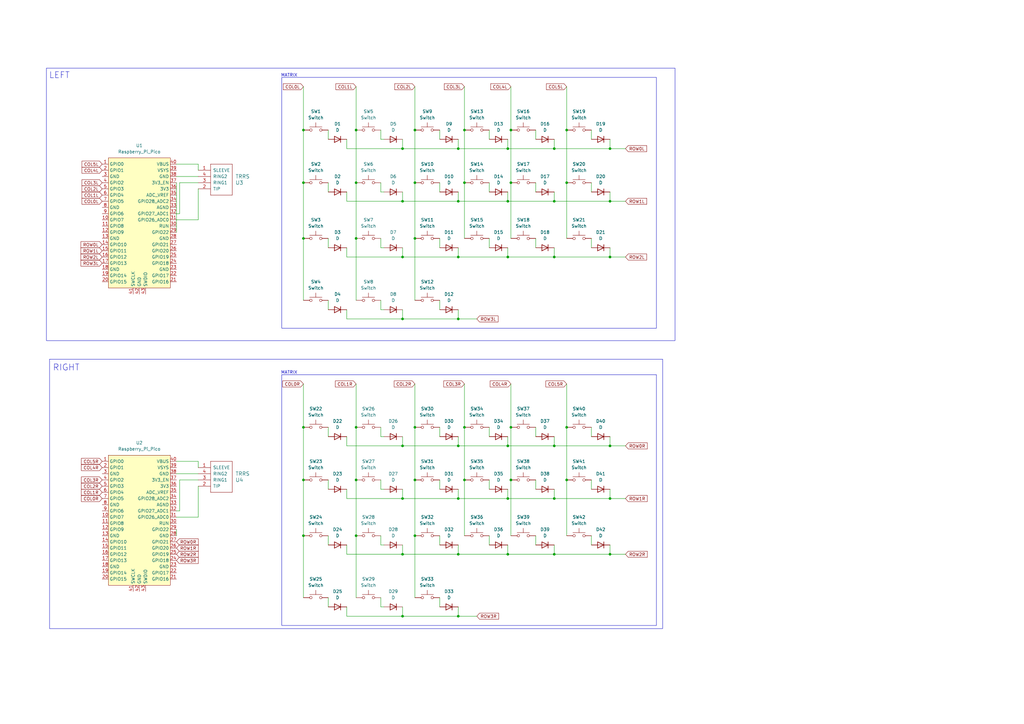
<source format=kicad_sch>
(kicad_sch (version 20250114) (generator "eeschema") (generator_version "9.0")
  (paper "A3")
  (lib_symbols
    (symbol "Device:D" (pin_numbers (hide yes)) (pin_names (offset 1.016) (hide yes))
      (property "Reference" "D" (at 0 2.54 0))
      (property "Value" "D" (at 0 -2.54 0))
      (symbol "D_0_1"
        (polyline (pts (xy -1.27 1.27) (xy -1.27 -1.27)) (stroke (width 0.254)))
        (polyline (pts (xy 1.27 1.27) (xy 1.27 -1.27) (xy -1.27 0) (xy 1.27 1.27)) (stroke (width 0.254)))
        (polyline (pts (xy 1.27 0) (xy -1.27 0)))
      )
      (symbol "D_1_1"
        (pin passive line (at -3.81 0 0) (length 2.54) (name "K") (number "1"))
        (pin passive line (at 3.81 0 180) (length 2.54) (name "A") (number "2"))
      )
    )
    (symbol "ScottoKeebs:MCU_Raspberry_Pi_Pico"
      (property "Reference" "U" (at 0 0 0))
      (property "Value" "Raspberry_Pi_Pico" (at 0 27.94 0))
      (symbol "MCU_Raspberry_Pi_Pico_0_1"
        (rectangle (start -12.7 26.67) (end 12.7 -26.67) (fill (type background)))
      )
      (symbol "MCU_Raspberry_Pi_Pico_1_1"
        (pin bidirectional line (at -15.24 24.13 0) (length 2.54) (name "GPIO0") (number "1"))
        (pin bidirectional line (at -15.24 21.59 0) (length 2.54) (name "GPIO1") (number "2"))
        (pin power_in line (at -15.24 19.05 0) (length 2.54) (name "GND") (number "3"))
        (pin bidirectional line (at -15.24 16.51 0) (length 2.54) (name "GPIO2") (number "4"))
        (pin bidirectional line (at -15.24 13.97 0) (length 2.54) (name "GPIO3") (number "5"))
        (pin bidirectional line (at -15.24 11.43 0) (length 2.54) (name "GPIO4") (number "6"))
        (pin bidirectional line (at -15.24 8.89 0) (length 2.54) (name "GPIO5") (number "7"))
        (pin power_in line (at -15.24 6.35 0) (length 2.54) (name "GND") (number "8"))
        (pin bidirectional line (at -15.24 3.81 0) (length 2.54) (name "GPIO6") (number "9"))
        (pin bidirectional line (at -15.24 1.27 0) (length 2.54) (name "GPIO7") (number "10"))
        (pin bidirectional line (at -15.24 -1.27 0) (length 2.54) (name "GPIO8") (number "11"))
        (pin bidirectional line (at -15.24 -3.81 0) (length 2.54) (name "GPIO9") (number "12"))
        (pin power_in line (at -15.24 -6.35 0) (length 2.54) (name "GND") (number "13"))
        (pin bidirectional line (at -15.24 -8.89 0) (length 2.54) (name "GPIO10") (number "14"))
        (pin bidirectional line (at -15.24 -11.43 0) (length 2.54) (name "GPIO11") (number "15"))
        (pin bidirectional line (at -15.24 -13.97 0) (length 2.54) (name "GPIO12") (number "16"))
        (pin bidirectional line (at -15.24 -16.51 0) (length 2.54) (name "GPIO13") (number "17"))
        (pin power_in line (at -15.24 -19.05 0) (length 2.54) (name "GND") (number "18"))
        (pin bidirectional line (at -15.24 -21.59 0) (length 2.54) (name "GPIO14") (number "19"))
        (pin bidirectional line (at -15.24 -24.13 0) (length 2.54) (name "GPIO15") (number "20"))
        (pin input line (at -2.54 -29.21 90) (length 2.54) (name "SWCLK") (number "41"))
        (pin power_in line (at 0 -29.21 90) (length 2.54) (name "GND") (number "42"))
        (pin bidirectional line (at 2.54 -29.21 90) (length 2.54) (name "SWDIO") (number "43"))
        (pin power_in line (at 15.24 24.13 180) (length 2.54) (name "VBUS") (number "40"))
        (pin power_in line (at 15.24 21.59 180) (length 2.54) (name "VSYS") (number "39"))
        (pin bidirectional line (at 15.24 19.05 180) (length 2.54) (name "GND") (number "38"))
        (pin input line (at 15.24 16.51 180) (length 2.54) (name "3V3_EN") (number "37"))
        (pin power_in line (at 15.24 13.97 180) (length 2.54) (name "3V3") (number "36"))
        (pin power_in line (at 15.24 11.43 180) (length 2.54) (name "ADC_VREF") (number "35"))
        (pin bidirectional line (at 15.24 8.89 180) (length 2.54) (name "GPIO28_ADC2") (number "34"))
        (pin power_in line (at 15.24 6.35 180) (length 2.54) (name "AGND") (number "33"))
        (pin bidirectional line (at 15.24 3.81 180) (length 2.54) (name "GPIO27_ADC1") (number "32"))
        (pin bidirectional line (at 15.24 1.27 180) (length 2.54) (name "GPIO26_ADC0") (number "31"))
        (pin input line (at 15.24 -1.27 180) (length 2.54) (name "RUN") (number "30"))
        (pin bidirectional line (at 15.24 -3.81 180) (length 2.54) (name "GPIO22") (number "29"))
        (pin power_in line (at 15.24 -6.35 180) (length 2.54) (name "GND") (number "28"))
        (pin bidirectional line (at 15.24 -8.89 180) (length 2.54) (name "GPIO21") (number "27"))
        (pin bidirectional line (at 15.24 -11.43 180) (length 2.54) (name "GPIO20") (number "26"))
        (pin bidirectional line (at 15.24 -13.97 180) (length 2.54) (name "GPIO19") (number "25"))
        (pin bidirectional line (at 15.24 -16.51 180) (length 2.54) (name "GPIO18") (number "24"))
        (pin power_in line (at 15.24 -19.05 180) (length 2.54) (name "GND") (number "23"))
        (pin bidirectional line (at 15.24 -21.59 180) (length 2.54) (name "GPIO17") (number "22"))
        (pin bidirectional line (at 15.24 -24.13 180) (length 2.54) (name "GPIO16") (number "21"))
      )
    )
    (symbol "ScottoKeebs:Placeholder_Switch" (pin_numbers (hide yes)) (pin_names (offset 1.016) (hide yes))
      (property "Reference" "SW" (at 1.27 2.54 0))
      (property "Value" "Switch" (at 0 -1.524 0))
      (symbol "Placeholder_Switch_0_1"
        (circle (center -2.032 0) (radius 0.508))
        (polyline (pts (xy 0 1.27) (xy 0 3.048)))
        (circle (center 2.032 0) (radius 0.508))
        (polyline (pts (xy 2.54 1.27) (xy -2.54 1.27)))
        (pin passive line (at -5.08 0 0) (length 2.54) (name "1") (number "1"))
        (pin passive line (at 5.08 0 180) (length 2.54) (name "2") (number "2"))
      )
    )
    (symbol "ScottoKeebs:Placeholder_TRRS" (pin_names (offset 1.016))
      (property "Reference" "U" (at 0 15.24 0))
      (property "Value" "TRRS" (at 0 -2.54 0))
      (symbol "Placeholder_TRRS_0_1"
        (rectangle (start -3.81 12.7) (end 5.08 12.7))
        (rectangle (start -3.81 0) (end -3.81 12.7))
        (rectangle (start -3.81 0) (end 5.08 0))
        (rectangle (start 5.08 12.7) (end 5.08 0))
      )
      (symbol "Placeholder_TRRS_1_1"
        (pin input line (at -8.89 10.16 0) (length 5.08) (name "TIP") (number "2"))
        (pin input line (at -8.89 7.62 0) (length 5.08) (name "RING1") (number "3"))
        (pin input line (at -8.89 5.08 0) (length 5.08) (name "RING2") (number "4"))
        (pin input line (at -8.89 2.54 0) (length 5.08) (name "SLEEVE") (number "1"))
      )
    )
  )
  (rectangle (start 20.32 147.32) (end 271.78 257.81))
  (rectangle (start 115.57 31.75) (end 269.24 134.62))
  (rectangle (start 19.05 27.94) (end 276.86 139.7))
  (rectangle (start 115.57 153.67) (end 269.24 256.54))
  (text "LEFT\n" (at 24.384 30.988 0) (effects (font (size 2.54 2.54))))
  (text "MATRIX\n" (at 118.618 30.988 0) (effects (font (size 1.27 1.27))))
  (text "MATRIX" (at 118.618 152.908 0) (effects (font (size 1.27 1.27))))
  (text "RIGHT\n" (at 27.178 150.876 0) (effects (font (size 2.54 2.54))))
  (junction (at 146.05 175.26))
  (junction (at 190.5 196.85))
  (junction (at 170.18 74.93))
  (junction (at 190.5 53.34))
  (junction (at 250.19 105.41))
  (junction (at 208.28 105.41))
  (junction (at 146.05 74.93))
  (junction (at 250.19 227.33))
  (junction (at 165.1 227.33))
  (junction (at 227.33 227.33))
  (junction (at 250.19 182.88))
  (junction (at 165.1 130.81))
  (junction (at 170.18 219.71))
  (junction (at 165.1 105.41))
  (junction (at 165.1 252.73))
  (junction (at 124.46 175.26))
  (junction (at 232.41 175.26))
  (junction (at 124.46 74.93))
  (junction (at 170.18 97.79))
  (junction (at 232.41 53.34))
  (junction (at 146.05 219.71))
  (junction (at 227.33 105.41))
  (junction (at 209.55 175.26))
  (junction (at 208.28 204.47))
  (junction (at 208.28 182.88))
  (junction (at 209.55 53.34))
  (junction (at 187.96 227.33))
  (junction (at 165.1 60.96))
  (junction (at 208.28 82.55))
  (junction (at 187.96 204.47))
  (junction (at 146.05 196.85))
  (junction (at 124.46 196.85))
  (junction (at 146.05 53.34))
  (junction (at 227.33 60.96))
  (junction (at 124.46 97.79))
  (junction (at 170.18 53.34))
  (junction (at 124.46 219.71))
  (junction (at 170.18 175.26))
  (junction (at 250.19 204.47))
  (junction (at 208.28 227.33))
  (junction (at 209.55 196.85))
  (junction (at 124.46 53.34))
  (junction (at 187.96 182.88))
  (junction (at 187.96 252.73))
  (junction (at 165.1 82.55))
  (junction (at 232.41 74.93))
  (junction (at 227.33 204.47))
  (junction (at 209.55 74.93))
  (junction (at 227.33 182.88))
  (junction (at 165.1 182.88))
  (junction (at 208.28 60.96))
  (junction (at 187.96 130.81))
  (junction (at 227.33 82.55))
  (junction (at 187.96 82.55))
  (junction (at 232.41 196.85))
  (junction (at 170.18 196.85))
  (junction (at 165.1 204.47))
  (junction (at 146.05 97.79))
  (junction (at 250.19 60.96))
  (junction (at 187.96 60.96))
  (junction (at 190.5 175.26))
  (junction (at 187.96 105.41))
  (junction (at 190.5 74.93))
  (junction (at 250.19 82.55))
  (wire (pts (xy 208.28 82.55) (xy 227.33 82.55)))
  (wire (pts (xy 156.21 200.66) (xy 157.48 200.66)))
  (wire (pts (xy 72.39 189.23) (xy 81.28 189.23)))
  (wire (pts (xy 187.96 82.55) (xy 208.28 82.55)))
  (wire (pts (xy 256.54 60.96) (xy 250.19 60.96)))
  (wire (pts (xy 146.05 74.93) (xy 146.05 97.79)))
  (wire (pts (xy 146.05 53.34) (xy 146.05 74.93)))
  (wire (pts (xy 165.1 127) (xy 165.1 130.81)))
  (wire (pts (xy 156.21 74.93) (xy 156.21 78.74)))
  (wire (pts (xy 134.62 97.79) (xy 134.62 101.6)))
  (wire (pts (xy 170.18 97.79) (xy 170.18 123.19)))
  (wire (pts (xy 81.28 90.17) (xy 72.39 90.17)))
  (wire (pts (xy 187.96 179.07) (xy 187.96 182.88)))
  (wire (pts (xy 81.28 196.85) (xy 73.66 196.85)))
  (wire (pts (xy 187.96 248.92) (xy 187.96 252.73)))
  (wire (pts (xy 187.96 252.73) (xy 195.58 252.73)))
  (wire (pts (xy 208.28 105.41) (xy 227.33 105.41)))
  (wire (pts (xy 250.19 57.15) (xy 250.19 60.96)))
  (wire (pts (xy 134.62 219.71) (xy 134.62 223.52)))
  (wire (pts (xy 156.21 179.07) (xy 157.48 179.07)))
  (wire (pts (xy 200.66 53.34) (xy 200.66 57.15)))
  (wire (pts (xy 142.24 57.15) (xy 142.24 60.96)))
  (wire (pts (xy 208.28 78.74) (xy 208.28 82.55)))
  (wire (pts (xy 165.1 82.55) (xy 142.24 82.55)))
  (wire (pts (xy 134.62 74.93) (xy 134.62 78.74)))
  (wire (pts (xy 142.24 248.92) (xy 142.24 252.73)))
  (wire (pts (xy 124.46 157.48) (xy 124.46 175.26)))
  (wire (pts (xy 165.1 82.55) (xy 187.96 82.55)))
  (wire (pts (xy 72.39 67.31) (xy 81.28 67.31)))
  (wire (pts (xy 250.19 200.66) (xy 250.19 204.47)))
  (wire (pts (xy 187.96 60.96) (xy 208.28 60.96)))
  (wire (pts (xy 187.96 182.88) (xy 208.28 182.88)))
  (wire (pts (xy 242.57 97.79) (xy 242.57 101.6)))
  (wire (pts (xy 124.46 196.85) (xy 124.46 219.71)))
  (wire (pts (xy 165.1 248.92) (xy 165.1 252.73)))
  (wire (pts (xy 124.46 97.79) (xy 124.46 123.19)))
  (wire (pts (xy 232.41 35.56) (xy 232.41 53.34)))
  (wire (pts (xy 242.57 219.71) (xy 242.57 223.52)))
  (wire (pts (xy 227.33 105.41) (xy 250.19 105.41)))
  (wire (pts (xy 156.21 97.79) (xy 156.21 101.6)))
  (wire (pts (xy 200.66 97.79) (xy 200.66 101.6)))
  (wire (pts (xy 208.28 223.52) (xy 208.28 227.33)))
  (wire (pts (xy 170.18 196.85) (xy 170.18 219.71)))
  (wire (pts (xy 209.55 175.26) (xy 209.55 196.85)))
  (wire (pts (xy 256.54 182.88) (xy 250.19 182.88)))
  (wire (pts (xy 227.33 227.33) (xy 250.19 227.33)))
  (wire (pts (xy 73.66 74.93) (xy 73.66 87.63)))
  (wire (pts (xy 190.5 196.85) (xy 190.5 219.71)))
  (wire (pts (xy 134.62 245.11) (xy 134.62 248.92)))
  (wire (pts (xy 180.34 196.85) (xy 180.34 200.66)))
  (wire (pts (xy 208.28 204.47) (xy 227.33 204.47)))
  (wire (pts (xy 227.33 57.15) (xy 227.33 60.96)))
  (wire (pts (xy 156.21 53.34) (xy 156.21 57.15)))
  (wire (pts (xy 227.33 204.47) (xy 250.19 204.47)))
  (wire (pts (xy 81.28 67.31) (xy 81.28 69.85)))
  (wire (pts (xy 227.33 223.52) (xy 227.33 227.33)))
  (wire (pts (xy 146.05 157.48) (xy 146.05 175.26)))
  (wire (pts (xy 187.96 101.6) (xy 187.96 105.41)))
  (wire (pts (xy 165.1 252.73) (xy 187.96 252.73)))
  (wire (pts (xy 156.21 57.15) (xy 157.48 57.15)))
  (wire (pts (xy 165.1 204.47) (xy 142.24 204.47)))
  (wire (pts (xy 250.19 78.74) (xy 250.19 82.55)))
  (wire (pts (xy 190.5 53.34) (xy 190.5 74.93)))
  (wire (pts (xy 156.21 175.26) (xy 156.21 179.07)))
  (wire (pts (xy 190.5 157.48) (xy 190.5 175.26)))
  (wire (pts (xy 232.41 157.48) (xy 232.41 175.26)))
  (wire (pts (xy 170.18 74.93) (xy 170.18 97.79)))
  (wire (pts (xy 134.62 53.34) (xy 134.62 57.15)))
  (wire (pts (xy 142.24 78.74) (xy 142.24 82.55)))
  (wire (pts (xy 134.62 175.26) (xy 134.62 179.07)))
  (wire (pts (xy 165.1 179.07) (xy 165.1 182.88)))
  (wire (pts (xy 142.24 101.6) (xy 142.24 105.41)))
  (wire (pts (xy 124.46 74.93) (xy 124.46 97.79)))
  (wire (pts (xy 227.33 78.74) (xy 227.33 82.55)))
  (wire (pts (xy 219.71 53.34) (xy 219.71 57.15)))
  (wire (pts (xy 250.19 223.52) (xy 250.19 227.33)))
  (wire (pts (xy 180.34 219.71) (xy 180.34 223.52)))
  (wire (pts (xy 81.28 199.39) (xy 81.28 212.09)))
  (wire (pts (xy 142.24 223.52) (xy 142.24 227.33)))
  (wire (pts (xy 180.34 74.93) (xy 180.34 78.74)))
  (wire (pts (xy 208.28 179.07) (xy 208.28 182.88)))
  (wire (pts (xy 250.19 179.07) (xy 250.19 182.88)))
  (wire (pts (xy 156.21 78.74) (xy 157.48 78.74)))
  (wire (pts (xy 180.34 53.34) (xy 180.34 57.15)))
  (wire (pts (xy 232.41 196.85) (xy 232.41 219.71)))
  (wire (pts (xy 170.18 157.48) (xy 170.18 175.26)))
  (wire (pts (xy 142.24 200.66) (xy 142.24 204.47)))
  (wire (pts (xy 73.66 87.63) (xy 72.39 87.63)))
  (wire (pts (xy 180.34 123.19) (xy 180.34 127)))
  (wire (pts (xy 165.1 60.96) (xy 187.96 60.96)))
  (wire (pts (xy 72.39 194.31) (xy 81.28 194.31)))
  (wire (pts (xy 190.5 35.56) (xy 190.5 53.34)))
  (wire (pts (xy 124.46 35.56) (xy 124.46 53.34)))
  (wire (pts (xy 219.71 196.85) (xy 219.71 200.66)))
  (wire (pts (xy 180.34 97.79) (xy 180.34 101.6)))
  (wire (pts (xy 165.1 223.52) (xy 165.1 227.33)))
  (wire (pts (xy 180.34 175.26) (xy 180.34 179.07)))
  (wire (pts (xy 187.96 200.66) (xy 187.96 204.47)))
  (wire (pts (xy 209.55 196.85) (xy 209.55 219.71)))
  (wire (pts (xy 156.21 248.92) (xy 157.48 248.92)))
  (wire (pts (xy 72.39 217.17) (xy 72.39 219.71)))
  (wire (pts (xy 124.46 175.26) (xy 124.46 196.85)))
  (wire (pts (xy 208.28 60.96) (xy 227.33 60.96)))
  (wire (pts (xy 165.1 182.88) (xy 142.24 182.88)))
  (wire (pts (xy 146.05 35.56) (xy 146.05 53.34)))
  (wire (pts (xy 208.28 182.88) (xy 227.33 182.88)))
  (wire (pts (xy 227.33 179.07) (xy 227.33 182.88)))
  (wire (pts (xy 208.28 57.15) (xy 208.28 60.96)))
  (wire (pts (xy 219.71 97.79) (xy 219.71 101.6)))
  (wire (pts (xy 170.18 53.34) (xy 170.18 74.93)))
  (wire (pts (xy 134.62 123.19) (xy 134.62 127)))
  (wire (pts (xy 165.1 101.6) (xy 165.1 105.41)))
  (wire (pts (xy 170.18 219.71) (xy 170.18 245.11)))
  (wire (pts (xy 219.71 219.71) (xy 219.71 223.52)))
  (wire (pts (xy 170.18 175.26) (xy 170.18 196.85)))
  (wire (pts (xy 190.5 175.26) (xy 190.5 196.85)))
  (wire (pts (xy 232.41 175.26) (xy 232.41 196.85)))
  (wire (pts (xy 165.1 78.74) (xy 165.1 82.55)))
  (wire (pts (xy 165.1 182.88) (xy 187.96 182.88)))
  (wire (pts (xy 208.28 200.66) (xy 208.28 204.47)))
  (wire (pts (xy 187.96 204.47) (xy 208.28 204.47)))
  (wire (pts (xy 227.33 82.55) (xy 250.19 82.55)))
  (wire (pts (xy 250.19 82.55) (xy 256.54 82.55)))
  (wire (pts (xy 190.5 74.93) (xy 190.5 97.79)))
  (wire (pts (xy 250.19 227.33) (xy 256.54 227.33)))
  (wire (pts (xy 165.1 60.96) (xy 142.24 60.96)))
  (wire (pts (xy 165.1 130.81) (xy 142.24 130.81)))
  (wire (pts (xy 146.05 219.71) (xy 146.05 245.11)))
  (wire (pts (xy 250.19 204.47) (xy 256.54 204.47)))
  (wire (pts (xy 227.33 101.6) (xy 227.33 105.41)))
  (wire (pts (xy 156.21 123.19) (xy 156.21 127)))
  (wire (pts (xy 72.39 72.39) (xy 81.28 72.39)))
  (wire (pts (xy 72.39 74.93) (xy 72.39 95.25)))
  (wire (pts (xy 200.66 74.93) (xy 200.66 78.74)))
  (wire (pts (xy 156.21 245.11) (xy 156.21 248.92)))
  (wire (pts (xy 165.1 130.81) (xy 187.96 130.81)))
  (wire (pts (xy 180.34 245.11) (xy 180.34 248.92)))
  (wire (pts (xy 156.21 219.71) (xy 156.21 223.52)))
  (wire (pts (xy 81.28 189.23) (xy 81.28 191.77)))
  (wire (pts (xy 156.21 223.52) (xy 157.48 223.52)))
  (wire (pts (xy 165.1 57.15) (xy 165.1 60.96)))
  (wire (pts (xy 165.1 105.41) (xy 142.24 105.41)))
  (wire (pts (xy 209.55 157.48) (xy 209.55 175.26)))
  (wire (pts (xy 200.66 196.85) (xy 200.66 200.66)))
  (wire (pts (xy 187.96 57.15) (xy 187.96 60.96)))
  (wire (pts (xy 250.19 105.41) (xy 256.54 105.41)))
  (wire (pts (xy 219.71 175.26) (xy 219.71 179.07)))
  (wire (pts (xy 156.21 196.85) (xy 156.21 200.66)))
  (wire (pts (xy 187.96 227.33) (xy 208.28 227.33)))
  (wire (pts (xy 242.57 196.85) (xy 242.57 200.66)))
  (wire (pts (xy 232.41 74.93) (xy 232.41 97.79)))
  (wire (pts (xy 134.62 196.85) (xy 134.62 200.66)))
  (wire (pts (xy 209.55 74.93) (xy 209.55 97.79)))
  (wire (pts (xy 165.1 204.47) (xy 187.96 204.47)))
  (wire (pts (xy 156.21 127) (xy 157.48 127)))
  (wire (pts (xy 242.57 74.93) (xy 242.57 78.74)))
  (wire (pts (xy 81.28 212.09) (xy 72.39 212.09)))
  (wire (pts (xy 209.55 35.56) (xy 209.55 53.34)))
  (wire (pts (xy 227.33 60.96) (xy 250.19 60.96)))
  (wire (pts (xy 146.05 175.26) (xy 146.05 196.85)))
  (wire (pts (xy 208.28 101.6) (xy 208.28 105.41)))
  (wire (pts (xy 250.19 101.6) (xy 250.19 105.41)))
  (wire (pts (xy 242.57 53.34) (xy 242.57 57.15)))
  (wire (pts (xy 200.66 219.71) (xy 200.66 223.52)))
  (wire (pts (xy 209.55 53.34) (xy 209.55 74.93)))
  (wire (pts (xy 124.46 219.71) (xy 124.46 245.11)))
  (wire (pts (xy 81.28 74.93) (xy 73.66 74.93)))
  (wire (pts (xy 165.1 252.73) (xy 142.24 252.73)))
  (wire (pts (xy 187.96 78.74) (xy 187.96 82.55)))
  (wire (pts (xy 165.1 200.66) (xy 165.1 204.47)))
  (wire (pts (xy 170.18 35.56) (xy 170.18 53.34)))
  (wire (pts (xy 146.05 196.85) (xy 146.05 219.71)))
  (wire (pts (xy 187.96 130.81) (xy 195.58 130.81)))
  (wire (pts (xy 165.1 105.41) (xy 187.96 105.41)))
  (wire (pts (xy 187.96 127) (xy 187.96 130.81)))
  (wire (pts (xy 187.96 105.41) (xy 208.28 105.41)))
  (wire (pts (xy 219.71 74.93) (xy 219.71 78.74)))
  (wire (pts (xy 73.66 209.55) (xy 72.39 209.55)))
  (wire (pts (xy 242.57 175.26) (xy 242.57 179.07)))
  (wire (pts (xy 208.28 227.33) (xy 227.33 227.33)))
  (wire (pts (xy 142.24 179.07) (xy 142.24 182.88)))
  (wire (pts (xy 146.05 97.79) (xy 146.05 123.19)))
  (wire (pts (xy 200.66 175.26) (xy 200.66 179.07)))
  (wire (pts (xy 81.28 77.47) (xy 81.28 90.17)))
  (wire (pts (xy 165.1 227.33) (xy 187.96 227.33)))
  (wire (pts (xy 156.21 101.6) (xy 157.48 101.6)))
  (wire (pts (xy 142.24 127) (xy 142.24 130.81)))
  (wire (pts (xy 165.1 227.33) (xy 142.24 227.33)))
  (wire (pts (xy 73.66 196.85) (xy 73.66 209.55)))
  (wire (pts (xy 187.96 223.52) (xy 187.96 227.33)))
  (wire (pts (xy 124.46 53.34) (xy 124.46 74.93)))
  (wire (pts (xy 232.41 53.34) (xy 232.41 74.93)))
  (wire (pts (xy 227.33 182.88) (xy 250.19 182.88)))
  (wire (pts (xy 227.33 200.66) (xy 227.33 204.47)))
  (global_label "COL1R" (shape input) (at 146.05 157.48 180) (property "Intersheetrefs" "${INTERSHEET_REFS}" (effects (hide yes))))
  (global_label "COL2R" (shape input) (at 41.91 199.39 180) (property "Intersheetrefs" "${INTERSHEET_REFS}" (effects (hide yes))))
  (global_label "COL5L" (shape input) (at 41.91 67.31 180) (property "Intersheetrefs" "${INTERSHEET_REFS}" (effects (hide yes))))
  (global_label "ROW1R" (shape input) (at 256.54 204.47 0) (property "Intersheetrefs" "${INTERSHEET_REFS}" (effects (hide yes))))
  (global_label "ROW3R" (shape input) (at 72.39 229.87 0) (property "Intersheetrefs" "${INTERSHEET_REFS}" (effects (hide yes))))
  (global_label "ROW0R" (shape input) (at 72.39 222.25 0) (property "Intersheetrefs" "${INTERSHEET_REFS}" (effects (hide yes))))
  (global_label "COL0L" (shape input) (at 124.46 35.56 180) (property "Intersheetrefs" "${INTERSHEET_REFS}" (effects (hide yes))))
  (global_label "COL4L" (shape input) (at 41.91 69.85 180) (property "Intersheetrefs" "${INTERSHEET_REFS}" (effects (hide yes))))
  (global_label "COL1R" (shape input) (at 41.91 201.93 180) (property "Intersheetrefs" "${INTERSHEET_REFS}" (effects (hide yes))))
  (global_label "ROW2R" (shape input) (at 256.54 227.33 0) (property "Intersheetrefs" "${INTERSHEET_REFS}" (effects (hide yes))))
  (global_label "COL3R" (shape input) (at 190.5 157.48 180) (property "Intersheetrefs" "${INTERSHEET_REFS}" (effects (hide yes))))
  (global_label "ROW1L" (shape input) (at 41.91 102.87 180) (property "Intersheetrefs" "${INTERSHEET_REFS}" (effects (hide yes))))
  (global_label "COL5L" (shape input) (at 232.41 35.56 180) (property "Intersheetrefs" "${INTERSHEET_REFS}" (effects (hide yes))))
  (global_label "COL1L" (shape input) (at 146.05 35.56 180) (property "Intersheetrefs" "${INTERSHEET_REFS}" (effects (hide yes))))
  (global_label "COL5R" (shape input) (at 41.91 189.23 180) (property "Intersheetrefs" "${INTERSHEET_REFS}" (effects (hide yes))))
  (global_label "COL0R" (shape input) (at 124.46 157.48 180) (property "Intersheetrefs" "${INTERSHEET_REFS}" (effects (hide yes))))
  (global_label "ROW2L" (shape input) (at 41.91 105.41 180) (property "Intersheetrefs" "${INTERSHEET_REFS}" (effects (hide yes))))
  (global_label "COL3L" (shape input) (at 190.5 35.56 180) (property "Intersheetrefs" "${INTERSHEET_REFS}" (effects (hide yes))))
  (global_label "COL4R" (shape input) (at 209.55 157.48 180) (property "Intersheetrefs" "${INTERSHEET_REFS}" (effects (hide yes))))
  (global_label "COL5R" (shape input) (at 232.41 157.48 180) (property "Intersheetrefs" "${INTERSHEET_REFS}" (effects (hide yes))))
  (global_label "ROW2R" (shape input) (at 72.39 227.33 0) (property "Intersheetrefs" "${INTERSHEET_REFS}" (effects (hide yes))))
  (global_label "COL3L" (shape input) (at 41.91 74.93 180) (property "Intersheetrefs" "${INTERSHEET_REFS}" (effects (hide yes))))
  (global_label "ROW0L" (shape input) (at 256.54 60.96 0) (property "Intersheetrefs" "${INTERSHEET_REFS}" (effects (hide yes))))
  (global_label "ROW1R" (shape input) (at 72.39 224.79 0) (property "Intersheetrefs" "${INTERSHEET_REFS}" (effects (hide yes))))
  (global_label "COL0L" (shape input) (at 41.91 82.55 180) (property "Intersheetrefs" "${INTERSHEET_REFS}" (effects (hide yes))))
  (global_label "ROW1L" (shape input) (at 256.54 82.55 0) (property "Intersheetrefs" "${INTERSHEET_REFS}" (effects (hide yes))))
  (global_label "ROW3L" (shape input) (at 195.58 130.81 0) (property "Intersheetrefs" "${INTERSHEET_REFS}" (effects (hide yes))))
  (global_label "COL2L" (shape input) (at 170.18 35.56 180) (property "Intersheetrefs" "${INTERSHEET_REFS}" (effects (hide yes))))
  (global_label "COL4R" (shape input) (at 41.91 191.77 180) (property "Intersheetrefs" "${INTERSHEET_REFS}" (effects (hide yes))))
  (global_label "COL4L" (shape input) (at 209.55 35.56 180) (property "Intersheetrefs" "${INTERSHEET_REFS}" (effects (hide yes))))
  (global_label "COL1L" (shape input) (at 41.91 80.01 180) (property "Intersheetrefs" "${INTERSHEET_REFS}" (effects (hide yes))))
  (global_label "ROW2L" (shape input) (at 256.54 105.41 0) (property "Intersheetrefs" "${INTERSHEET_REFS}" (effects (hide yes))))
  (global_label "ROW0R" (shape input) (at 256.54 182.88 0) (property "Intersheetrefs" "${INTERSHEET_REFS}" (effects (hide yes))))
  (global_label "COL0R" (shape input) (at 41.91 204.47 180) (property "Intersheetrefs" "${INTERSHEET_REFS}" (effects (hide yes))))
  (global_label "COL3R" (shape input) (at 41.91 196.85 180) (property "Intersheetrefs" "${INTERSHEET_REFS}" (effects (hide yes))))
  (global_label "COL2R" (shape input) (at 170.18 157.48 180) (property "Intersheetrefs" "${INTERSHEET_REFS}" (effects (hide yes))))
  (global_label "ROW3R" (shape input) (at 195.58 252.73 0) (property "Intersheetrefs" "${INTERSHEET_REFS}" (effects (hide yes))))
  (global_label "ROW3L" (shape input) (at 41.91 107.95 180) (property "Intersheetrefs" "${INTERSHEET_REFS}" (effects (hide yes))))
  (global_label "COL2L" (shape input) (at 41.91 77.47 180) (property "Intersheetrefs" "${INTERSHEET_REFS}" (effects (hide yes))))
  (global_label "ROW0L" (shape input) (at 41.91 100.33 180) (property "Intersheetrefs" "${INTERSHEET_REFS}" (effects (hide yes))))
  (symbol (lib_id "ScottoKeebs:Placeholder_Switch") (at 175.26 53.34 0) (unit 1)
    (property "Reference" "SW9" (at 175.26 45.72 0))
    (property "Value" "Switch" (at 175.26 48.26 0))
    (property "Footprint" "ScottoKeebs_Hotswap:Hotswap_Choc_V1" (effects (hide yes)))
    (property "Description" "Push button switch, generic, two pins" (effects (hide yes)))
  )
  (symbol (lib_id "ScottoKeebs:Placeholder_Switch") (at 151.13 245.11 0) (unit 1)
    (property "Reference" "SW29" (at 151.13 237.49 0))
    (property "Value" "Switch" (at 151.13 240.03 0))
    (property "Footprint" "ScottoKeebs_Hotswap:Hotswap_Choc_V1" (effects (hide yes)))
    (property "Description" "Push button switch, generic, two pins" (effects (hide yes)))
  )
  (symbol (lib_id "ScottoKeebs:Placeholder_Switch") (at 129.54 196.85 0) (unit 1)
    (property "Reference" "SW23" (at 129.54 189.23 0))
    (property "Value" "Switch" (at 129.54 191.77 0))
    (property "Footprint" "ScottoKeebs_Hotswap:Hotswap_Choc_V1" (effects (hide yes)))
    (property "Description" "Push button switch, generic, two pins" (effects (hide yes)))
  )
  (symbol (lib_id "ScottoKeebs:Placeholder_Switch") (at 214.63 196.85 0) (unit 1)
    (property "Reference" "SW38" (at 214.63 189.23 0))
    (property "Value" "Switch" (at 214.63 191.77 0))
    (property "Footprint" "ScottoKeebs_Hotswap:Hotswap_Choc_V1" (effects (hide yes)))
    (property "Description" "Push button switch, generic, two pins" (effects (hide yes)))
  )
  (symbol (lib_id "Device:D") (at 246.38 223.52 180) (unit 1)
    (property "Reference" "D42" (at 246.38 217.17 0))
    (property "Value" "D" (at 246.38 219.71 0))
    (property "Footprint" "ScottoKeebs_Components:Diode_DO-35" (effects (hide yes)))
    (property "Description" "Diode" (effects (hide yes)))
    (property "Sim.Device" "D" (effects (hide yes)))
    (property "Sim.Pins" "1=K 2=A" (effects (hide yes)))
  )
  (symbol (lib_id "Device:D") (at 184.15 248.92 180) (unit 1)
    (property "Reference" "D33" (at 184.15 242.57 0))
    (property "Value" "D" (at 184.15 245.11 0))
    (property "Footprint" "ScottoKeebs_Components:Diode_DO-35" (effects (hide yes)))
    (property "Description" "Diode" (effects (hide yes)))
    (property "Sim.Device" "D" (effects (hide yes)))
    (property "Sim.Pins" "1=K 2=A" (effects (hide yes)))
  )
  (symbol (lib_id "Device:D") (at 138.43 200.66 180) (unit 1)
    (property "Reference" "D23" (at 138.43 194.31 0))
    (property "Value" "D" (at 138.43 196.85 0))
    (property "Footprint" "ScottoKeebs_Components:Diode_DO-35" (effects (hide yes)))
    (property "Description" "Diode" (effects (hide yes)))
    (property "Sim.Device" "D" (effects (hide yes)))
    (property "Sim.Pins" "1=K 2=A" (effects (hide yes)))
  )
  (symbol (lib_id "ScottoKeebs:Placeholder_Switch") (at 175.26 97.79 0) (unit 1)
    (property "Reference" "SW11" (at 175.26 90.17 0))
    (property "Value" "Switch" (at 175.26 92.71 0))
    (property "Footprint" "ScottoKeebs_Hotswap:Hotswap_Choc_V1" (effects (hide yes)))
    (property "Description" "Push button switch, generic, two pins" (effects (hide yes)))
  )
  (symbol (lib_id "Device:D") (at 184.15 223.52 180) (unit 1)
    (property "Reference" "D32" (at 184.15 217.17 0))
    (property "Value" "D" (at 184.15 219.71 0))
    (property "Footprint" "ScottoKeebs_Components:Diode_DO-35" (effects (hide yes)))
    (property "Description" "Diode" (effects (hide yes)))
    (property "Sim.Device" "D" (effects (hide yes)))
    (property "Sim.Pins" "1=K 2=A" (effects (hide yes)))
  )
  (symbol (lib_id "ScottoKeebs:Placeholder_Switch") (at 195.58 196.85 0) (unit 1)
    (property "Reference" "SW35" (at 195.58 189.23 0))
    (property "Value" "Switch" (at 195.58 191.77 0))
    (property "Footprint" "ScottoKeebs_Hotswap:Hotswap_Choc_V1" (effects (hide yes)))
    (property "Description" "Push button switch, generic, two pins" (effects (hide yes)))
  )
  (symbol (lib_id "Device:D") (at 184.15 101.6 180) (unit 1)
    (property "Reference" "D11" (at 184.15 95.25 0))
    (property "Value" "D" (at 184.15 97.79 0))
    (property "Footprint" "ScottoKeebs_Components:Diode_DO-35" (effects (hide yes)))
    (property "Description" "Diode" (effects (hide yes)))
    (property "Sim.Device" "D" (effects (hide yes)))
    (property "Sim.Pins" "1=K 2=A" (effects (hide yes)))
  )
  (symbol (lib_id "Device:D") (at 184.15 200.66 180) (unit 1)
    (property "Reference" "D31" (at 184.15 194.31 0))
    (property "Value" "D" (at 184.15 196.85 0))
    (property "Footprint" "ScottoKeebs_Components:Diode_DO-35" (effects (hide yes)))
    (property "Description" "Diode" (effects (hide yes)))
    (property "Sim.Device" "D" (effects (hide yes)))
    (property "Sim.Pins" "1=K 2=A" (effects (hide yes)))
  )
  (symbol (lib_id "Device:D") (at 161.29 179.07 180) (unit 1)
    (property "Reference" "D26" (at 161.29 172.72 0))
    (property "Value" "D" (at 161.29 175.26 0))
    (property "Footprint" "ScottoKeebs_Components:Diode_DO-35" (effects (hide yes)))
    (property "Description" "Diode" (effects (hide yes)))
    (property "Sim.Device" "D" (effects (hide yes)))
    (property "Sim.Pins" "1=K 2=A" (effects (hide yes)))
  )
  (symbol (lib_id "ScottoKeebs:Placeholder_Switch") (at 129.54 123.19 0) (unit 1)
    (property "Reference" "SW4" (at 129.54 115.57 0))
    (property "Value" "Switch" (at 129.54 118.11 0))
    (property "Footprint" "ScottoKeebs_Hotswap:Hotswap_Choc_V1_1.50u_90deg" (effects (hide yes)))
    (property "Description" "Push button switch, generic, two pins" (effects (hide yes)))
  )
  (symbol (lib_id "Device:D") (at 138.43 57.15 180) (unit 1)
    (property "Reference" "D1" (at 138.43 50.8 0))
    (property "Value" "D" (at 138.43 53.34 0))
    (property "Footprint" "ScottoKeebs_Components:Diode_DO-35" (effects (hide yes)))
    (property "Description" "Diode" (effects (hide yes)))
    (property "Sim.Device" "D" (effects (hide yes)))
    (property "Sim.Pins" "1=K 2=A" (effects (hide yes)))
  )
  (symbol (lib_id "ScottoKeebs:Placeholder_Switch") (at 237.49 53.34 0) (unit 1)
    (property "Reference" "SW19" (at 237.49 45.72 0))
    (property "Value" "Switch" (at 237.49 48.26 0))
    (property "Footprint" "ScottoKeebs_Hotswap:Hotswap_Choc_V1" (effects (hide yes)))
    (property "Description" "Push button switch, generic, two pins" (effects (hide yes)))
  )
  (symbol (lib_id "Device:D") (at 161.29 223.52 180) (unit 1)
    (property "Reference" "D28" (at 161.29 217.17 0))
    (property "Value" "D" (at 161.29 219.71 0))
    (property "Footprint" "ScottoKeebs_Components:Diode_DO-35" (effects (hide yes)))
    (property "Description" "Diode" (effects (hide yes)))
    (property "Sim.Device" "D" (effects (hide yes)))
    (property "Sim.Pins" "1=K 2=A" (effects (hide yes)))
  )
  (symbol (lib_id "ScottoKeebs:Placeholder_Switch") (at 129.54 245.11 0) (unit 1)
    (property "Reference" "SW25" (at 129.54 237.49 0))
    (property "Value" "Switch" (at 129.54 240.03 0))
    (property "Footprint" "ScottoKeebs_Hotswap:Hotswap_Choc_V1_1.50u_90deg" (effects (hide yes)))
    (property "Description" "Push button switch, generic, two pins" (effects (hide yes)))
  )
  (symbol (lib_id "ScottoKeebs:Placeholder_Switch") (at 175.26 74.93 0) (unit 1)
    (property "Reference" "SW10" (at 175.26 67.31 0))
    (property "Value" "Switch" (at 175.26 69.85 0))
    (property "Footprint" "ScottoKeebs_Hotswap:Hotswap_Choc_V1" (effects (hide yes)))
    (property "Description" "Push button switch, generic, two pins" (effects (hide yes)))
  )
  (symbol (lib_id "Device:D") (at 161.29 127 180) (unit 1)
    (property "Reference" "D8" (at 161.29 120.65 0))
    (property "Value" "D" (at 161.29 123.19 0))
    (property "Footprint" "ScottoKeebs_Components:Diode_DO-35" (effects (hide yes)))
    (property "Description" "Diode" (effects (hide yes)))
    (property "Sim.Device" "D" (effects (hide yes)))
    (property "Sim.Pins" "1=K 2=A" (effects (hide yes)))
  )
  (symbol (lib_id "ScottoKeebs:Placeholder_Switch") (at 129.54 53.34 0) (unit 1)
    (property "Reference" "SW1" (at 129.54 45.72 0))
    (property "Value" "Switch" (at 129.54 48.26 0))
    (property "Footprint" "ScottoKeebs_Hotswap:Hotswap_Choc_V1" (effects (hide yes)))
    (property "Description" "Push button switch, generic, two pins" (effects (hide yes)))
  )
  (symbol (lib_id "ScottoKeebs:Placeholder_Switch") (at 195.58 53.34 0) (unit 1)
    (property "Reference" "SW13" (at 195.58 45.72 0))
    (property "Value" "Switch" (at 195.58 48.26 0))
    (property "Footprint" "ScottoKeebs_Hotswap:Hotswap_Choc_V1" (effects (hide yes)))
    (property "Description" "Push button switch, generic, two pins" (effects (hide yes)))
  )
  (symbol (lib_id "Device:D") (at 161.29 101.6 180) (unit 1)
    (property "Reference" "D7" (at 161.29 95.25 0))
    (property "Value" "D" (at 161.29 97.79 0))
    (property "Footprint" "ScottoKeebs_Components:Diode_DO-35" (effects (hide yes)))
    (property "Description" "Diode" (effects (hide yes)))
    (property "Sim.Device" "D" (effects (hide yes)))
    (property "Sim.Pins" "1=K 2=A" (effects (hide yes)))
  )
  (symbol (lib_id "ScottoKeebs:Placeholder_Switch") (at 195.58 219.71 0) (unit 1)
    (property "Reference" "SW36" (at 195.58 212.09 0))
    (property "Value" "Switch" (at 195.58 214.63 0))
    (property "Footprint" "ScottoKeebs_Hotswap:Hotswap_Choc_V1" (effects (hide yes)))
    (property "Description" "Push button switch, generic, two pins" (effects (hide yes)))
  )
  (symbol (lib_id "ScottoKeebs:Placeholder_Switch") (at 151.13 196.85 0) (unit 1)
    (property "Reference" "SW27" (at 151.13 189.23 0))
    (property "Value" "Switch" (at 151.13 191.77 0))
    (property "Footprint" "ScottoKeebs_Hotswap:Hotswap_Choc_V1" (effects (hide yes)))
    (property "Description" "Push button switch, generic, two pins" (effects (hide yes)))
  )
  (symbol (lib_id "ScottoKeebs:Placeholder_Switch") (at 151.13 123.19 0) (unit 1)
    (property "Reference" "SW8" (at 151.13 115.57 0))
    (property "Value" "Switch" (at 151.13 118.11 0))
    (property "Footprint" "ScottoKeebs_Hotswap:Hotswap_Choc_V1" (effects (hide yes)))
    (property "Description" "Push button switch, generic, two pins" (effects (hide yes)))
  )
  (symbol (lib_id "Device:D") (at 204.47 200.66 180) (unit 1)
    (property "Reference" "D35" (at 204.47 194.31 0))
    (property "Value" "D" (at 204.47 196.85 0))
    (property "Footprint" "ScottoKeebs_Components:Diode_DO-35" (effects (hide yes)))
    (property "Description" "Diode" (effects (hide yes)))
    (property "Sim.Device" "D" (effects (hide yes)))
    (property "Sim.Pins" "1=K 2=A" (effects (hide yes)))
  )
  (symbol (lib_id "Device:D") (at 204.47 179.07 180) (unit 1)
    (property "Reference" "D34" (at 204.47 172.72 0))
    (property "Value" "D" (at 204.47 175.26 0))
    (property "Footprint" "ScottoKeebs_Components:Diode_DO-35" (effects (hide yes)))
    (property "Description" "Diode" (effects (hide yes)))
    (property "Sim.Device" "D" (effects (hide yes)))
    (property "Sim.Pins" "1=K 2=A" (effects (hide yes)))
  )
  (symbol (lib_id "ScottoKeebs:Placeholder_Switch") (at 151.13 74.93 0) (unit 1)
    (property "Reference" "SW6" (at 151.13 67.31 0))
    (property "Value" "Switch" (at 151.13 69.85 0))
    (property "Footprint" "ScottoKeebs_Hotswap:Hotswap_Choc_V1" (effects (hide yes)))
    (property "Description" "Push button switch, generic, two pins" (effects (hide yes)))
  )
  (symbol (lib_id "ScottoKeebs:Placeholder_Switch") (at 214.63 53.34 0) (unit 1)
    (property "Reference" "SW16" (at 214.63 45.72 0))
    (property "Value" "Switch" (at 214.63 48.26 0))
    (property "Footprint" "ScottoKeebs_Hotswap:Hotswap_Choc_V1" (effects (hide yes)))
    (property "Description" "Push button switch, generic, two pins" (effects (hide yes)))
  )
  (symbol (lib_id "Device:D") (at 223.52 200.66 180) (unit 1)
    (property "Reference" "D38" (at 223.52 194.31 0))
    (property "Value" "D" (at 223.52 196.85 0))
    (property "Footprint" "ScottoKeebs_Components:Diode_DO-35" (effects (hide yes)))
    (property "Description" "Diode" (effects (hide yes)))
    (property "Sim.Device" "D" (effects (hide yes)))
    (property "Sim.Pins" "1=K 2=A" (effects (hide yes)))
  )
  (symbol (lib_id "ScottoKeebs:Placeholder_Switch") (at 237.49 74.93 0) (unit 1)
    (property "Reference" "SW20" (at 237.49 67.31 0))
    (property "Value" "Switch" (at 237.49 69.85 0))
    (property "Footprint" "ScottoKeebs_Hotswap:Hotswap_Choc_V1" (effects (hide yes)))
    (property "Description" "Push button switch, generic, two pins" (effects (hide yes)))
  )
  (symbol (lib_id "Device:D") (at 161.29 248.92 180) (unit 1)
    (property "Reference" "D29" (at 161.29 242.57 0))
    (property "Value" "D" (at 161.29 245.11 0))
    (property "Footprint" "ScottoKeebs_Components:Diode_DO-35" (effects (hide yes)))
    (property "Description" "Diode" (effects (hide yes)))
    (property "Sim.Device" "D" (effects (hide yes)))
    (property "Sim.Pins" "1=K 2=A" (effects (hide yes)))
  )
  (symbol (lib_id "Device:D") (at 204.47 223.52 180) (unit 1)
    (property "Reference" "D36" (at 204.47 217.17 0))
    (property "Value" "D" (at 204.47 219.71 0))
    (property "Footprint" "ScottoKeebs_Components:Diode_DO-35" (effects (hide yes)))
    (property "Description" "Diode" (effects (hide yes)))
    (property "Sim.Device" "D" (effects (hide yes)))
    (property "Sim.Pins" "1=K 2=A" (effects (hide yes)))
  )
  (symbol (lib_id "Device:D") (at 138.43 101.6 180) (unit 1)
    (property "Reference" "D3" (at 138.43 95.25 0))
    (property "Value" "D" (at 138.43 97.79 0))
    (property "Footprint" "ScottoKeebs_Components:Diode_DO-35" (effects (hide yes)))
    (property "Description" "Diode" (effects (hide yes)))
    (property "Sim.Device" "D" (effects (hide yes)))
    (property "Sim.Pins" "1=K 2=A" (effects (hide yes)))
  )
  (symbol (lib_id "ScottoKeebs:Placeholder_Switch") (at 175.26 219.71 0) (unit 1)
    (property "Reference" "SW32" (at 175.26 212.09 0))
    (property "Value" "Switch" (at 175.26 214.63 0))
    (property "Footprint" "ScottoKeebs_Hotswap:Hotswap_Choc_V1" (effects (hide yes)))
    (property "Description" "Push button switch, generic, two pins" (effects (hide yes)))
  )
  (symbol (lib_id "ScottoKeebs:Placeholder_Switch") (at 195.58 175.26 0) (unit 1)
    (property "Reference" "SW34" (at 195.58 167.64 0))
    (property "Value" "Switch" (at 195.58 170.18 0))
    (property "Footprint" "ScottoKeebs_Hotswap:Hotswap_Choc_V1" (effects (hide yes)))
    (property "Description" "Push button switch, generic, two pins" (effects (hide yes)))
  )
  (symbol (lib_id "ScottoKeebs:Placeholder_Switch") (at 214.63 97.79 0) (unit 1)
    (property "Reference" "SW18" (at 214.63 90.17 0))
    (property "Value" "Switch" (at 214.63 92.71 0))
    (property "Footprint" "ScottoKeebs_Hotswap:Hotswap_Choc_V1" (effects (hide yes)))
    (property "Description" "Push button switch, generic, two pins" (effects (hide yes)))
  )
  (symbol (lib_id "Device:D") (at 138.43 223.52 180) (unit 1)
    (property "Reference" "D24" (at 138.43 217.17 0))
    (property "Value" "D" (at 138.43 219.71 0))
    (property "Footprint" "ScottoKeebs_Components:Diode_DO-35" (effects (hide yes)))
    (property "Description" "Diode" (effects (hide yes)))
    (property "Sim.Device" "D" (effects (hide yes)))
    (property "Sim.Pins" "1=K 2=A" (effects (hide yes)))
  )
  (symbol (lib_id "Device:D") (at 184.15 127 180) (unit 1)
    (property "Reference" "D12" (at 184.15 120.65 0))
    (property "Value" "D" (at 184.15 123.19 0))
    (property "Footprint" "ScottoKeebs_Components:Diode_DO-35" (effects (hide yes)))
    (property "Description" "Diode" (effects (hide yes)))
    (property "Sim.Device" "D" (effects (hide yes)))
    (property "Sim.Pins" "1=K 2=A" (effects (hide yes)))
  )
  (symbol (lib_id "Device:D") (at 223.52 223.52 180) (unit 1)
    (property "Reference" "D39" (at 223.52 217.17 0))
    (property "Value" "D" (at 223.52 219.71 0))
    (property "Footprint" "ScottoKeebs_Components:Diode_DO-35" (effects (hide yes)))
    (property "Description" "Diode" (effects (hide yes)))
    (property "Sim.Device" "D" (effects (hide yes)))
    (property "Sim.Pins" "1=K 2=A" (effects (hide yes)))
  )
  (symbol (lib_id "Device:D") (at 223.52 57.15 180) (unit 1)
    (property "Reference" "D16" (at 223.52 50.8 0))
    (property "Value" "D" (at 223.52 53.34 0))
    (property "Footprint" "ScottoKeebs_Components:Diode_DO-35" (effects (hide yes)))
    (property "Description" "Diode" (effects (hide yes)))
    (property "Sim.Device" "D" (effects (hide yes)))
    (property "Sim.Pins" "1=K 2=A" (effects (hide yes)))
  )
  (symbol (lib_id "ScottoKeebs:Placeholder_Switch") (at 214.63 175.26 0) (unit 1)
    (property "Reference" "SW37" (at 214.63 167.64 0))
    (property "Value" "Switch" (at 214.63 170.18 0))
    (property "Footprint" "ScottoKeebs_Hotswap:Hotswap_Choc_V1" (effects (hide yes)))
    (property "Description" "Push button switch, generic, two pins" (effects (hide yes)))
  )
  (symbol (lib_id "ScottoKeebs:Placeholder_Switch") (at 175.26 245.11 0) (unit 1)
    (property "Reference" "SW33" (at 175.26 237.49 0))
    (property "Value" "Switch" (at 175.26 240.03 0))
    (property "Footprint" "ScottoKeebs_Hotswap:Hotswap_Choc_V1" (effects (hide yes)))
    (property "Description" "Push button switch, generic, two pins" (effects (hide yes)))
  )
  (symbol (lib_id "ScottoKeebs:Placeholder_Switch") (at 214.63 74.93 0) (unit 1)
    (property "Reference" "SW17" (at 214.63 67.31 0))
    (property "Value" "Switch" (at 214.63 69.85 0))
    (property "Footprint" "ScottoKeebs_Hotswap:Hotswap_Choc_V1" (effects (hide yes)))
    (property "Description" "Push button switch, generic, two pins" (effects (hide yes)))
  )
  (symbol (lib_id "Device:D") (at 223.52 78.74 180) (unit 1)
    (property "Reference" "D17" (at 223.52 72.39 0))
    (property "Value" "D" (at 223.52 74.93 0))
    (property "Footprint" "ScottoKeebs_Components:Diode_DO-35" (effects (hide yes)))
    (property "Description" "Diode" (effects (hide yes)))
    (property "Sim.Device" "D" (effects (hide yes)))
    (property "Sim.Pins" "1=K 2=A" (effects (hide yes)))
  )
  (symbol (lib_id "ScottoKeebs:Placeholder_Switch") (at 151.13 53.34 0) (unit 1)
    (property "Reference" "SW5" (at 151.13 45.72 0))
    (property "Value" "Switch" (at 151.13 48.26 0))
    (property "Footprint" "ScottoKeebs_Hotswap:Hotswap_Choc_V1" (effects (hide yes)))
    (property "Description" "Push button switch, generic, two pins" (effects (hide yes)))
  )
  (symbol (lib_id "Device:D") (at 184.15 57.15 180) (unit 1)
    (property "Reference" "D9" (at 184.15 50.8 0))
    (property "Value" "D" (at 184.15 53.34 0))
    (property "Footprint" "ScottoKeebs_Components:Diode_DO-35" (effects (hide yes)))
    (property "Description" "Diode" (effects (hide yes)))
    (property "Sim.Device" "D" (effects (hide yes)))
    (property "Sim.Pins" "1=K 2=A" (effects (hide yes)))
  )
  (symbol (lib_id "Device:D") (at 204.47 57.15 180) (unit 1)
    (property "Reference" "D13" (at 204.47 50.8 0))
    (property "Value" "D" (at 204.47 53.34 0))
    (property "Footprint" "ScottoKeebs_Components:Diode_DO-35" (effects (hide yes)))
    (property "Description" "Diode" (effects (hide yes)))
    (property "Sim.Device" "D" (effects (hide yes)))
    (property "Sim.Pins" "1=K 2=A" (effects (hide yes)))
  )
  (symbol (lib_id "ScottoKeebs:Placeholder_Switch") (at 129.54 97.79 0) (unit 1)
    (property "Reference" "SW3" (at 129.54 90.17 0))
    (property "Value" "Switch" (at 129.54 92.71 0))
    (property "Footprint" "ScottoKeebs_Hotswap:Hotswap_Choc_V1" (effects (hide yes)))
    (property "Description" "Push button switch, generic, two pins" (effects (hide yes)))
  )
  (symbol (lib_id "ScottoKeebs:Placeholder_Switch") (at 151.13 97.79 0) (unit 1)
    (property "Reference" "SW7" (at 151.13 90.17 0))
    (property "Value" "Switch" (at 151.13 92.71 0))
    (property "Footprint" "ScottoKeebs_Hotswap:Hotswap_Choc_V1" (effects (hide yes)))
    (property "Description" "Push button switch, generic, two pins" (effects (hide yes)))
  )
  (symbol (lib_id "Device:D") (at 161.29 78.74 180) (unit 1)
    (property "Reference" "D6" (at 161.29 72.39 0))
    (property "Value" "D" (at 161.29 74.93 0))
    (property "Footprint" "ScottoKeebs_Components:Diode_DO-35" (effects (hide yes)))
    (property "Description" "Diode" (effects (hide yes)))
    (property "Sim.Device" "D" (effects (hide yes)))
    (property "Sim.Pins" "1=K 2=A" (effects (hide yes)))
  )
  (symbol (lib_id "Device:D") (at 246.38 78.74 180) (unit 1)
    (property "Reference" "D20" (at 246.38 72.39 0))
    (property "Value" "D" (at 246.38 74.93 0))
    (property "Footprint" "ScottoKeebs_Components:Diode_DO-35" (effects (hide yes)))
    (property "Description" "Diode" (effects (hide yes)))
    (property "Sim.Device" "D" (effects (hide yes)))
    (property "Sim.Pins" "1=K 2=A" (effects (hide yes)))
  )
  (symbol (lib_id "ScottoKeebs:Placeholder_Switch") (at 129.54 74.93 0) (unit 1)
    (property "Reference" "SW2" (at 129.54 67.31 0))
    (property "Value" "Switch" (at 129.54 69.85 0))
    (property "Footprint" "ScottoKeebs_Hotswap:Hotswap_Choc_V1" (effects (hide yes)))
    (property "Description" "Push button switch, generic, two pins" (effects (hide yes)))
  )
  (symbol (lib_id "ScottoKeebs:Placeholder_Switch") (at 129.54 219.71 0) (unit 1)
    (property "Reference" "SW24" (at 129.54 212.09 0))
    (property "Value" "Switch" (at 129.54 214.63 0))
    (property "Footprint" "ScottoKeebs_Hotswap:Hotswap_Choc_V1" (effects (hide yes)))
    (property "Description" "Push button switch, generic, two pins" (effects (hide yes)))
  )
  (symbol (lib_id "Device:D") (at 161.29 200.66 180) (unit 1)
    (property "Reference" "D27" (at 161.29 194.31 0))
    (property "Value" "D" (at 161.29 196.85 0))
    (property "Footprint" "ScottoKeebs_Components:Diode_DO-35" (effects (hide yes)))
    (property "Description" "Diode" (effects (hide yes)))
    (property "Sim.Device" "D" (effects (hide yes)))
    (property "Sim.Pins" "1=K 2=A" (effects (hide yes)))
  )
  (symbol (lib_id "ScottoKeebs:Placeholder_Switch") (at 151.13 175.26 0) (unit 1)
    (property "Reference" "SW26" (at 151.13 167.64 0))
    (property "Value" "Switch" (at 151.13 170.18 0))
    (property "Footprint" "ScottoKeebs_Hotswap:Hotswap_Choc_V1" (effects (hide yes)))
    (property "Description" "Push button switch, generic, two pins" (effects (hide yes)))
  )
  (symbol (lib_id "Device:D") (at 246.38 101.6 180) (unit 1)
    (property "Reference" "D21" (at 246.38 95.25 0))
    (property "Value" "D" (at 246.38 97.79 0))
    (property "Footprint" "ScottoKeebs_Components:Diode_DO-35" (effects (hide yes)))
    (property "Description" "Diode" (effects (hide yes)))
    (property "Sim.Device" "D" (effects (hide yes)))
    (property "Sim.Pins" "1=K 2=A" (effects (hide yes)))
  )
  (symbol (lib_id "ScottoKeebs:Placeholder_Switch") (at 237.49 219.71 0) (unit 1)
    (property "Reference" "SW42" (at 237.49 212.09 0))
    (property "Value" "Switch" (at 237.49 214.63 0))
    (property "Footprint" "ScottoKeebs_Hotswap:Hotswap_Choc_V1" (effects (hide yes)))
    (property "Description" "Push button switch, generic, two pins" (effects (hide yes)))
  )
  (symbol (lib_id "ScottoKeebs:Placeholder_Switch") (at 175.26 196.85 0) (unit 1)
    (property "Reference" "SW31" (at 175.26 189.23 0))
    (property "Value" "Switch" (at 175.26 191.77 0))
    (property "Footprint" "ScottoKeebs_Hotswap:Hotswap_Choc_V1" (effects (hide yes)))
    (property "Description" "Push button switch, generic, two pins" (effects (hide yes)))
  )
  (symbol (lib_id "Device:D") (at 204.47 78.74 180) (unit 1)
    (property "Reference" "D14" (at 204.47 72.39 0))
    (property "Value" "D" (at 204.47 74.93 0))
    (property "Footprint" "ScottoKeebs_Components:Diode_DO-35" (effects (hide yes)))
    (property "Description" "Diode" (effects (hide yes)))
    (property "Sim.Device" "D" (effects (hide yes)))
    (property "Sim.Pins" "1=K 2=A" (effects (hide yes)))
  )
  (symbol (lib_id "ScottoKeebs:Placeholder_Switch") (at 175.26 175.26 0) (unit 1)
    (property "Reference" "SW30" (at 175.26 167.64 0))
    (property "Value" "Switch" (at 175.26 170.18 0))
    (property "Footprint" "ScottoKeebs_Hotswap:Hotswap_Choc_V1" (effects (hide yes)))
    (property "Description" "Push button switch, generic, two pins" (effects (hide yes)))
  )
  (symbol (lib_id "ScottoKeebs:MCU_Raspberry_Pi_Pico") (at 57.15 91.44 0) (unit 1)
    (property "Reference" "U1" (at 57.15 59.69 0))
    (property "Value" "Raspberry_Pi_Pico" (at 57.15 62.23 0))
    (property "Footprint" "ScottoKeebs_MCU:Raspberry_Pi_Pico" (effects (hide yes)))
  )
  (symbol (lib_id "ScottoKeebs:Placeholder_Switch") (at 129.54 175.26 0) (unit 1)
    (property "Reference" "SW22" (at 129.54 167.64 0))
    (property "Value" "Switch" (at 129.54 170.18 0))
    (property "Footprint" "ScottoKeebs_Hotswap:Hotswap_Choc_V1" (effects (hide yes)))
    (property "Description" "Push button switch, generic, two pins" (effects (hide yes)))
  )
  (symbol (lib_id "Device:D") (at 138.43 127 180) (unit 1)
    (property "Reference" "D4" (at 138.43 120.65 0))
    (property "Value" "D" (at 138.43 123.19 0))
    (property "Footprint" "ScottoKeebs_Components:Diode_DO-35" (effects (hide yes)))
    (property "Description" "Diode" (effects (hide yes)))
    (property "Sim.Device" "D" (effects (hide yes)))
    (property "Sim.Pins" "1=K 2=A" (effects (hide yes)))
  )
  (symbol (lib_id "ScottoKeebs:Placeholder_Switch") (at 151.13 219.71 0) (unit 1)
    (property "Reference" "SW28" (at 151.13 212.09 0))
    (property "Value" "Switch" (at 151.13 214.63 0))
    (property "Footprint" "ScottoKeebs_Hotswap:Hotswap_Choc_V1" (effects (hide yes)))
    (property "Description" "Push button switch, generic, two pins" (effects (hide yes)))
  )
  (symbol (lib_id "ScottoKeebs:Placeholder_TRRS") (at 90.17 189.23 0) (mirror x) (unit 1)
    (property "Reference" "U4" (at 96.52 196.8501 0) (effects (font (size 1.524 1.524)) (justify left)))
    (property "Value" "TRRS" (at 96.52 194.3101 0) (effects (font (size 1.524 1.524)) (justify left)))
    (property "Footprint" "ScottoKeebs_Components:TRRS_PJ-320A" (effects (hide yes)))
  )
  (symbol (lib_id "Device:D") (at 204.47 101.6 180) (unit 1)
    (property "Reference" "D15" (at 204.47 95.25 0))
    (property "Value" "D" (at 204.47 97.79 0))
    (property "Footprint" "ScottoKeebs_Components:Diode_DO-35" (effects (hide yes)))
    (property "Description" "Diode" (effects (hide yes)))
    (property "Sim.Device" "D" (effects (hide yes)))
    (property "Sim.Pins" "1=K 2=A" (effects (hide yes)))
  )
  (symbol (lib_id "ScottoKeebs:MCU_Raspberry_Pi_Pico") (at 57.15 213.36 0) (unit 1)
    (property "Reference" "U2" (at 57.15 181.61 0))
    (property "Value" "Raspberry_Pi_Pico" (at 57.15 184.15 0))
    (property "Footprint" "ScottoKeebs_MCU:Raspberry_Pi_Pico" (effects (hide yes)))
  )
  (symbol (lib_id "ScottoKeebs:Placeholder_TRRS") (at 90.17 67.31 0) (mirror x) (unit 1)
    (property "Reference" "U3" (at 96.52 74.9301 0) (effects (font (size 1.524 1.524)) (justify left)))
    (property "Value" "TRRS" (at 96.52 72.3901 0) (effects (font (size 1.524 1.524)) (justify left)))
    (property "Footprint" "ScottoKeebs_Components:TRRS_PJ-320A" (effects (hide yes)))
  )
  (symbol (lib_id "Device:D") (at 246.38 179.07 180) (unit 1)
    (property "Reference" "D40" (at 246.38 172.72 0))
    (property "Value" "D" (at 246.38 175.26 0))
    (property "Footprint" "ScottoKeebs_Components:Diode_DO-35" (effects (hide yes)))
    (property "Description" "Diode" (effects (hide yes)))
    (property "Sim.Device" "D" (effects (hide yes)))
    (property "Sim.Pins" "1=K 2=A" (effects (hide yes)))
  )
  (symbol (lib_id "Device:D") (at 138.43 78.74 180) (unit 1)
    (property "Reference" "D2" (at 138.43 72.39 0))
    (property "Value" "D" (at 138.43 74.93 0))
    (property "Footprint" "ScottoKeebs_Components:Diode_DO-35" (effects (hide yes)))
    (property "Description" "Diode" (effects (hide yes)))
    (property "Sim.Device" "D" (effects (hide yes)))
    (property "Sim.Pins" "1=K 2=A" (effects (hide yes)))
  )
  (symbol (lib_id "ScottoKeebs:Placeholder_Switch") (at 237.49 196.85 0) (unit 1)
    (property "Reference" "SW41" (at 237.49 189.23 0))
    (property "Value" "Switch" (at 237.49 191.77 0))
    (property "Footprint" "ScottoKeebs_Hotswap:Hotswap_Choc_V1" (effects (hide yes)))
    (property "Description" "Push button switch, generic, two pins" (effects (hide yes)))
  )
  (symbol (lib_id "Device:D") (at 184.15 179.07 180) (unit 1)
    (property "Reference" "D30" (at 184.15 172.72 0))
    (property "Value" "D" (at 184.15 175.26 0))
    (property "Footprint" "ScottoKeebs_Components:Diode_DO-35" (effects (hide yes)))
    (property "Description" "Diode" (effects (hide yes)))
    (property "Sim.Device" "D" (effects (hide yes)))
    (property "Sim.Pins" "1=K 2=A" (effects (hide yes)))
  )
  (symbol (lib_id "ScottoKeebs:Placeholder_Switch") (at 237.49 97.79 0) (unit 1)
    (property "Reference" "SW21" (at 237.49 90.17 0))
    (property "Value" "Switch" (at 237.49 92.71 0))
    (property "Footprint" "ScottoKeebs_Hotswap:Hotswap_Choc_V1" (effects (hide yes)))
    (property "Description" "Push button switch, generic, two pins" (effects (hide yes)))
  )
  (symbol (lib_id "ScottoKeebs:Placeholder_Switch") (at 175.26 123.19 0) (unit 1)
    (property "Reference" "SW12" (at 175.26 115.57 0))
    (property "Value" "Switch" (at 175.26 118.11 0))
    (property "Footprint" "ScottoKeebs_Hotswap:Hotswap_Choc_V1" (effects (hide yes)))
    (property "Description" "Push button switch, generic, two pins" (effects (hide yes)))
  )
  (symbol (lib_id "ScottoKeebs:Placeholder_Switch") (at 195.58 97.79 0) (unit 1)
    (property "Reference" "SW15" (at 195.58 90.17 0))
    (property "Value" "Switch" (at 195.58 92.71 0))
    (property "Footprint" "ScottoKeebs_Hotswap:Hotswap_Choc_V1" (effects (hide yes)))
    (property "Description" "Push button switch, generic, two pins" (effects (hide yes)))
  )
  (symbol (lib_id "Device:D") (at 223.52 101.6 180) (unit 1)
    (property "Reference" "D18" (at 223.52 95.25 0))
    (property "Value" "D" (at 223.52 97.79 0))
    (property "Footprint" "ScottoKeebs_Components:Diode_DO-35" (effects (hide yes)))
    (property "Description" "Diode" (effects (hide yes)))
    (property "Sim.Device" "D" (effects (hide yes)))
    (property "Sim.Pins" "1=K 2=A" (effects (hide yes)))
  )
  (symbol (lib_id "ScottoKeebs:Placeholder_Switch") (at 237.49 175.26 0) (unit 1)
    (property "Reference" "SW40" (at 237.49 167.64 0))
    (property "Value" "Switch" (at 237.49 170.18 0))
    (property "Footprint" "ScottoKeebs_Hotswap:Hotswap_Choc_V1" (effects (hide yes)))
    (property "Description" "Push button switch, generic, two pins" (effects (hide yes)))
  )
  (symbol (lib_id "Device:D") (at 138.43 248.92 180) (unit 1)
    (property "Reference" "D25" (at 138.43 242.57 0))
    (property "Value" "D" (at 138.43 245.11 0))
    (property "Footprint" "ScottoKeebs_Components:Diode_DO-35" (effects (hide yes)))
    (property "Description" "Diode" (effects (hide yes)))
    (property "Sim.Device" "D" (effects (hide yes)))
    (property "Sim.Pins" "1=K 2=A" (effects (hide yes)))
  )
  (symbol (lib_id "ScottoKeebs:Placeholder_Switch") (at 214.63 219.71 0) (unit 1)
    (property "Reference" "SW39" (at 214.63 212.09 0))
    (property "Value" "Switch" (at 214.63 214.63 0))
    (property "Footprint" "ScottoKeebs_Hotswap:Hotswap_Choc_V1" (effects (hide yes)))
    (property "Description" "Push button switch, generic, two pins" (effects (hide yes)))
  )
  (symbol (lib_id "Device:D") (at 184.15 78.74 180) (unit 1)
    (property "Reference" "D10" (at 184.15 72.39 0))
    (property "Value" "D" (at 184.15 74.93 0))
    (property "Footprint" "ScottoKeebs_Components:Diode_DO-35" (effects (hide yes)))
    (property "Description" "Diode" (effects (hide yes)))
    (property "Sim.Device" "D" (effects (hide yes)))
    (property "Sim.Pins" "1=K 2=A" (effects (hide yes)))
  )
  (symbol (lib_id "Device:D") (at 138.43 179.07 180) (unit 1)
    (property "Reference" "D22" (at 138.43 172.72 0))
    (property "Value" "D" (at 138.43 175.26 0))
    (property "Footprint" "ScottoKeebs_Components:Diode_DO-35" (effects (hide yes)))
    (property "Description" "Diode" (effects (hide yes)))
    (property "Sim.Device" "D" (effects (hide yes)))
    (property "Sim.Pins" "1=K 2=A" (effects (hide yes)))
  )
  (symbol (lib_id "Device:D") (at 246.38 200.66 180) (unit 1)
    (property "Reference" "D41" (at 246.38 194.31 0))
    (property "Value" "D" (at 246.38 196.85 0))
    (property "Footprint" "ScottoKeebs_Components:Diode_DO-35" (effects (hide yes)))
    (property "Description" "Diode" (effects (hide yes)))
    (property "Sim.Device" "D" (effects (hide yes)))
    (property "Sim.Pins" "1=K 2=A" (effects (hide yes)))
  )
  (symbol (lib_id "Device:D") (at 223.52 179.07 180) (unit 1)
    (property "Reference" "D37" (at 223.52 172.72 0))
    (property "Value" "D" (at 223.52 175.26 0))
    (property "Footprint" "ScottoKeebs_Components:Diode_DO-35" (effects (hide yes)))
    (property "Description" "Diode" (effects (hide yes)))
    (property "Sim.Device" "D" (effects (hide yes)))
    (property "Sim.Pins" "1=K 2=A" (effects (hide yes)))
  )
  (symbol (lib_id "Device:D") (at 246.38 57.15 180) (unit 1)
    (property "Reference" "D19" (at 246.38 50.8 0))
    (property "Value" "D" (at 246.38 53.34 0))
    (property "Footprint" "ScottoKeebs_Components:Diode_DO-35" (effects (hide yes)))
    (property "Description" "Diode" (effects (hide yes)))
    (property "Sim.Device" "D" (effects (hide yes)))
    (property "Sim.Pins" "1=K 2=A" (effects (hide yes)))
  )
  (symbol (lib_id "Device:D") (at 161.29 57.15 180) (unit 1)
    (property "Reference" "D5" (at 161.29 50.8 0))
    (property "Value" "D" (at 161.29 53.34 0))
    (property "Footprint" "ScottoKeebs_Components:Diode_DO-35" (effects (hide yes)))
    (property "Description" "Diode" (effects (hide yes)))
    (property "Sim.Device" "D" (effects (hide yes)))
    (property "Sim.Pins" "1=K 2=A" (effects (hide yes)))
  )
  (symbol (lib_id "ScottoKeebs:Placeholder_Switch") (at 195.58 74.93 0) (unit 1)
    (property "Reference" "SW14" (at 195.58 67.31 0))
    (property "Value" "Switch" (at 195.58 69.85 0))
    (property "Footprint" "ScottoKeebs_Hotswap:Hotswap_Choc_V1" (effects (hide yes)))
    (property "Description" "Push button switch, generic, two pins" (effects (hide yes)))
  )
)
</source>
